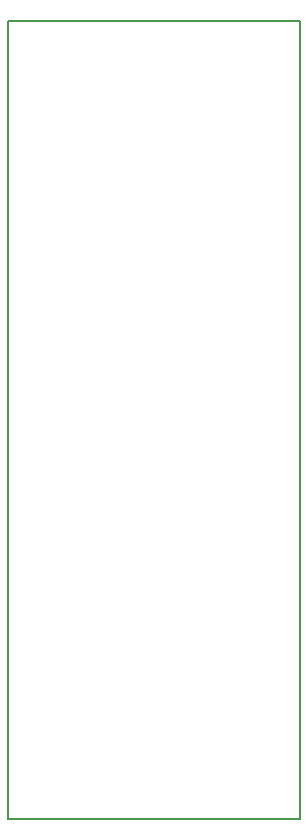
<source format=gbr>
%TF.GenerationSoftware,KiCad,Pcbnew,(6.0.7)*%
%TF.CreationDate,2023-01-02T00:51:12+00:00*%
%TF.ProjectId,CPC464-2MINIPS2,43504334-3634-42d3-924d-494e49505332,rev?*%
%TF.SameCoordinates,Original*%
%TF.FileFunction,Profile,NP*%
%FSLAX46Y46*%
G04 Gerber Fmt 4.6, Leading zero omitted, Abs format (unit mm)*
G04 Created by KiCad (PCBNEW (6.0.7)) date 2023-01-02 00:51:12*
%MOMM*%
%LPD*%
G01*
G04 APERTURE LIST*
%TA.AperFunction,Profile*%
%ADD10C,0.150000*%
%TD*%
G04 APERTURE END LIST*
D10*
X39293800Y-30429200D02*
X64000000Y-30429200D01*
X64000000Y-30429200D02*
X64000000Y-98000000D01*
X64000000Y-98000000D02*
X39293800Y-98000000D01*
X39293800Y-98000000D02*
X39293800Y-30429200D01*
M02*

</source>
